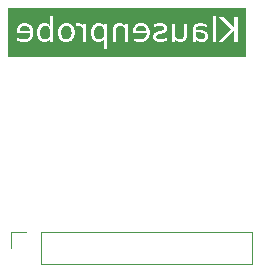
<source format=gbo>
G04 #@! TF.GenerationSoftware,KiCad,Pcbnew,7.0.0-da2b9df05c~165~ubuntu22.04.1*
G04 #@! TF.CreationDate,2023-08-11T13:03:54+00:00*
G04 #@! TF.ProjectId,sensus-breakout,73656e73-7573-42d6-9272-65616b6f7574,rev?*
G04 #@! TF.SameCoordinates,Original*
G04 #@! TF.FileFunction,Legend,Bot*
G04 #@! TF.FilePolarity,Positive*
%FSLAX46Y46*%
G04 Gerber Fmt 4.6, Leading zero omitted, Abs format (unit mm)*
G04 Created by KiCad (PCBNEW 7.0.0-da2b9df05c~165~ubuntu22.04.1) date 2023-08-11 13:03:54*
%MOMM*%
%LPD*%
G01*
G04 APERTURE LIST*
%ADD10C,0.300000*%
%ADD11C,0.120000*%
G04 APERTURE END LIST*
D10*
G36*
X143985934Y-97249288D02*
G01*
X144009967Y-97251091D01*
X144033333Y-97254096D01*
X144056030Y-97258304D01*
X144078060Y-97263714D01*
X144099421Y-97270325D01*
X144120115Y-97278139D01*
X144140141Y-97287155D01*
X144159499Y-97297373D01*
X144178190Y-97308794D01*
X144196212Y-97321416D01*
X144213567Y-97335240D01*
X144230253Y-97350267D01*
X144246272Y-97366496D01*
X144261623Y-97383927D01*
X144276307Y-97402560D01*
X144290207Y-97422250D01*
X144303211Y-97442852D01*
X144315319Y-97464367D01*
X144326529Y-97486793D01*
X144336843Y-97510132D01*
X144346259Y-97534382D01*
X144354779Y-97559545D01*
X144362402Y-97585620D01*
X144369128Y-97612607D01*
X144374958Y-97640506D01*
X144379890Y-97669317D01*
X144383926Y-97699040D01*
X144387065Y-97729675D01*
X144389307Y-97761223D01*
X144390652Y-97793682D01*
X144391101Y-97827054D01*
X144390652Y-97860426D01*
X144389307Y-97892885D01*
X144387065Y-97924432D01*
X144383926Y-97955068D01*
X144379890Y-97984791D01*
X144374958Y-98013602D01*
X144369128Y-98041501D01*
X144362402Y-98068488D01*
X144354779Y-98094563D01*
X144346259Y-98119726D01*
X144336843Y-98143976D01*
X144326529Y-98167315D01*
X144315319Y-98189741D01*
X144303211Y-98211256D01*
X144290207Y-98231858D01*
X144276307Y-98251548D01*
X144261623Y-98270181D01*
X144246272Y-98287612D01*
X144230253Y-98303841D01*
X144213567Y-98318867D01*
X144196212Y-98332692D01*
X144178190Y-98345314D01*
X144159499Y-98356735D01*
X144140141Y-98366953D01*
X144120115Y-98375969D01*
X144099421Y-98383783D01*
X144078060Y-98390394D01*
X144056030Y-98395804D01*
X144033333Y-98400011D01*
X144009967Y-98403017D01*
X143985934Y-98404820D01*
X143961233Y-98405421D01*
X143936473Y-98404820D01*
X143912385Y-98403017D01*
X143888968Y-98400011D01*
X143866223Y-98395804D01*
X143844149Y-98390394D01*
X143822748Y-98383783D01*
X143802017Y-98375969D01*
X143781959Y-98366953D01*
X143762572Y-98356735D01*
X143743857Y-98345314D01*
X143725814Y-98332692D01*
X143708442Y-98318867D01*
X143691742Y-98303841D01*
X143675713Y-98287612D01*
X143660357Y-98270181D01*
X143645672Y-98251548D01*
X143631771Y-98231858D01*
X143618767Y-98211256D01*
X143606659Y-98189741D01*
X143595449Y-98167315D01*
X143585136Y-98143976D01*
X143575719Y-98119726D01*
X143567199Y-98094563D01*
X143559576Y-98068488D01*
X143552850Y-98041501D01*
X143547020Y-98013602D01*
X143542088Y-97984791D01*
X143538052Y-97955068D01*
X143534913Y-97924432D01*
X143532671Y-97892885D01*
X143531326Y-97860426D01*
X143530877Y-97827054D01*
X143531326Y-97793682D01*
X143532671Y-97761223D01*
X143534913Y-97729675D01*
X143538052Y-97699040D01*
X143542088Y-97669317D01*
X143547020Y-97640506D01*
X143552850Y-97612607D01*
X143559576Y-97585620D01*
X143567199Y-97559545D01*
X143575719Y-97534382D01*
X143585136Y-97510132D01*
X143595449Y-97486793D01*
X143606659Y-97464367D01*
X143618767Y-97442852D01*
X143631771Y-97422250D01*
X143645672Y-97402560D01*
X143660357Y-97383927D01*
X143675713Y-97366496D01*
X143691742Y-97350267D01*
X143708442Y-97335240D01*
X143725814Y-97321416D01*
X143743857Y-97308794D01*
X143762572Y-97297373D01*
X143781959Y-97287155D01*
X143802017Y-97278139D01*
X143822748Y-97270325D01*
X143844149Y-97263714D01*
X143866223Y-97258304D01*
X143888968Y-97254096D01*
X143912385Y-97251091D01*
X143936473Y-97249288D01*
X143961233Y-97248687D01*
X143985934Y-97249288D01*
G37*
G36*
X152416858Y-97811693D02*
G01*
X152452939Y-97812506D01*
X152487551Y-97813861D01*
X152520693Y-97815758D01*
X152552367Y-97818196D01*
X152582571Y-97821177D01*
X152611306Y-97824699D01*
X152638571Y-97828764D01*
X152664367Y-97833370D01*
X152688694Y-97838518D01*
X152711552Y-97844208D01*
X152732940Y-97850440D01*
X152752860Y-97857214D01*
X152771309Y-97864530D01*
X152796229Y-97876520D01*
X152803801Y-97880787D01*
X152824927Y-97894565D01*
X152843975Y-97910068D01*
X152860946Y-97927297D01*
X152875838Y-97946252D01*
X152888652Y-97966933D01*
X152899388Y-97989340D01*
X152908046Y-98013473D01*
X152914627Y-98039331D01*
X152919129Y-98066916D01*
X152921553Y-98096227D01*
X152922015Y-98116726D01*
X152921238Y-98141158D01*
X152918906Y-98164628D01*
X152915021Y-98187137D01*
X152909581Y-98208683D01*
X152902588Y-98229268D01*
X152894040Y-98248892D01*
X152883937Y-98267554D01*
X152872281Y-98285254D01*
X152859070Y-98301992D01*
X152844306Y-98317768D01*
X152833599Y-98327752D01*
X152816371Y-98341632D01*
X152798027Y-98354147D01*
X152778567Y-98365297D01*
X152757991Y-98375081D01*
X152736298Y-98383501D01*
X152713489Y-98390555D01*
X152689563Y-98396243D01*
X152664522Y-98400567D01*
X152638364Y-98403525D01*
X152611090Y-98405118D01*
X152592287Y-98405421D01*
X152566296Y-98404847D01*
X152540958Y-98403124D01*
X152516272Y-98400252D01*
X152492239Y-98396231D01*
X152468859Y-98391062D01*
X152446131Y-98384744D01*
X152424055Y-98377278D01*
X152402632Y-98368662D01*
X152381862Y-98358898D01*
X152361745Y-98347986D01*
X152342280Y-98335924D01*
X152323467Y-98322714D01*
X152305307Y-98308355D01*
X152287800Y-98292848D01*
X152270945Y-98276192D01*
X152254743Y-98258387D01*
X152239364Y-98239628D01*
X152224976Y-98220109D01*
X152211581Y-98199831D01*
X152199178Y-98178794D01*
X152187767Y-98156997D01*
X152177349Y-98134441D01*
X152167923Y-98111126D01*
X152159489Y-98087050D01*
X152152047Y-98062216D01*
X152145597Y-98036622D01*
X152140140Y-98010269D01*
X152135675Y-97983156D01*
X152132202Y-97955283D01*
X152129722Y-97926652D01*
X152128233Y-97897260D01*
X152127737Y-97867110D01*
X152127737Y-97811422D01*
X152379307Y-97811422D01*
X152416858Y-97811693D01*
G37*
G36*
X147509815Y-97249170D02*
G01*
X147535269Y-97250618D01*
X147560068Y-97253032D01*
X147584210Y-97256411D01*
X147607695Y-97260756D01*
X147630524Y-97266066D01*
X147652697Y-97272342D01*
X147674213Y-97279584D01*
X147695073Y-97287791D01*
X147715276Y-97296963D01*
X147734823Y-97307101D01*
X147753714Y-97318204D01*
X147771948Y-97330274D01*
X147789526Y-97343308D01*
X147806448Y-97357308D01*
X147822713Y-97372274D01*
X147838167Y-97388054D01*
X147852777Y-97404621D01*
X147866545Y-97421973D01*
X147879469Y-97440112D01*
X147891549Y-97459037D01*
X147902786Y-97478748D01*
X147913180Y-97499246D01*
X147922730Y-97520529D01*
X147931437Y-97542599D01*
X147939300Y-97565455D01*
X147946321Y-97589097D01*
X147952497Y-97613525D01*
X147957831Y-97638739D01*
X147962320Y-97664739D01*
X147965967Y-97691526D01*
X147968770Y-97719099D01*
X147067514Y-97717633D01*
X147068311Y-97691226D01*
X147069971Y-97665495D01*
X147072494Y-97640439D01*
X147075879Y-97616059D01*
X147080127Y-97592354D01*
X147085237Y-97569324D01*
X147091209Y-97546970D01*
X147098044Y-97525292D01*
X147105742Y-97504289D01*
X147114302Y-97483961D01*
X147123724Y-97464309D01*
X147134009Y-97445333D01*
X147145156Y-97427032D01*
X147157166Y-97409406D01*
X147170039Y-97392456D01*
X147183773Y-97376182D01*
X147198226Y-97360743D01*
X147213250Y-97346300D01*
X147228848Y-97332853D01*
X147245017Y-97320403D01*
X147261759Y-97308948D01*
X147279074Y-97298490D01*
X147296961Y-97289027D01*
X147315420Y-97280561D01*
X147334452Y-97273090D01*
X147354056Y-97266616D01*
X147374233Y-97261138D01*
X147394982Y-97256655D01*
X147416304Y-97253169D01*
X147438198Y-97250679D01*
X147460665Y-97249185D01*
X147483704Y-97248687D01*
X147509815Y-97249170D01*
G37*
G36*
X141199980Y-97249292D02*
G01*
X141224385Y-97251106D01*
X141248126Y-97254131D01*
X141271204Y-97258365D01*
X141293617Y-97263809D01*
X141315366Y-97270463D01*
X141336451Y-97278326D01*
X141356872Y-97287399D01*
X141376629Y-97297682D01*
X141395722Y-97309175D01*
X141414151Y-97321878D01*
X141431915Y-97335790D01*
X141449016Y-97350912D01*
X141465453Y-97367244D01*
X141481226Y-97384785D01*
X141496334Y-97403537D01*
X141510649Y-97423280D01*
X141524041Y-97443921D01*
X141536509Y-97465458D01*
X141548053Y-97487892D01*
X141558674Y-97511223D01*
X141568371Y-97535451D01*
X141577144Y-97560575D01*
X141584995Y-97586597D01*
X141591921Y-97613515D01*
X141597924Y-97641330D01*
X141603004Y-97670042D01*
X141607160Y-97699651D01*
X141610392Y-97730156D01*
X141612701Y-97761559D01*
X141614086Y-97793858D01*
X141614548Y-97827054D01*
X141614090Y-97860252D01*
X141612716Y-97892557D01*
X141610426Y-97923969D01*
X141607221Y-97954488D01*
X141603099Y-97984114D01*
X141598062Y-98012846D01*
X141592108Y-98040686D01*
X141585239Y-98067633D01*
X141577454Y-98093687D01*
X141568752Y-98118848D01*
X141559135Y-98143116D01*
X141548602Y-98166490D01*
X141537154Y-98188972D01*
X141524789Y-98210561D01*
X141511508Y-98231257D01*
X141497311Y-98251060D01*
X141482256Y-98269752D01*
X141466522Y-98287238D01*
X141450108Y-98303518D01*
X141433015Y-98318593D01*
X141415242Y-98332461D01*
X141396790Y-98345124D01*
X141377659Y-98356580D01*
X141357849Y-98366831D01*
X141337359Y-98375875D01*
X141316190Y-98383714D01*
X141294342Y-98390347D01*
X141271814Y-98395773D01*
X141248607Y-98399994D01*
X141224721Y-98403009D01*
X141200156Y-98404818D01*
X141174911Y-98405421D01*
X141149960Y-98404814D01*
X141125665Y-98402994D01*
X141102027Y-98399960D01*
X141079046Y-98395712D01*
X141056720Y-98390251D01*
X141035051Y-98383577D01*
X141014039Y-98375688D01*
X140993683Y-98366586D01*
X140973983Y-98356271D01*
X140954940Y-98344742D01*
X140936553Y-98331999D01*
X140918822Y-98318043D01*
X140901748Y-98302873D01*
X140885330Y-98286490D01*
X140869569Y-98268893D01*
X140854464Y-98250083D01*
X140840149Y-98230226D01*
X140826758Y-98209492D01*
X140814290Y-98187881D01*
X140802746Y-98165391D01*
X140792125Y-98142024D01*
X140782428Y-98117779D01*
X140773654Y-98092657D01*
X140765804Y-98066656D01*
X140758878Y-98039778D01*
X140752875Y-98012022D01*
X140747795Y-97983388D01*
X140743639Y-97953877D01*
X140740407Y-97923488D01*
X140738098Y-97892221D01*
X140736712Y-97860076D01*
X140736251Y-97827054D01*
X140736712Y-97794207D01*
X140738098Y-97762223D01*
X140740407Y-97731101D01*
X140743639Y-97700841D01*
X140747795Y-97671445D01*
X140752875Y-97642910D01*
X140758878Y-97615238D01*
X140765804Y-97588429D01*
X140773654Y-97562482D01*
X140782428Y-97537397D01*
X140792125Y-97513175D01*
X140802746Y-97489816D01*
X140814290Y-97467319D01*
X140826758Y-97445684D01*
X140840149Y-97424912D01*
X140854464Y-97405002D01*
X140869569Y-97386073D01*
X140885330Y-97368366D01*
X140901748Y-97351879D01*
X140918822Y-97336614D01*
X140936553Y-97322570D01*
X140954940Y-97309748D01*
X140973983Y-97298146D01*
X140993683Y-97287766D01*
X141014039Y-97278607D01*
X141035051Y-97270669D01*
X141056720Y-97263952D01*
X141079046Y-97258457D01*
X141102027Y-97254182D01*
X141125665Y-97251129D01*
X141149960Y-97249297D01*
X141174911Y-97248687D01*
X141199980Y-97249292D01*
G37*
G36*
X139409800Y-97249288D02*
G01*
X139433833Y-97251091D01*
X139457199Y-97254096D01*
X139479896Y-97258304D01*
X139501926Y-97263714D01*
X139523287Y-97270325D01*
X139543981Y-97278139D01*
X139564007Y-97287155D01*
X139583365Y-97297373D01*
X139602056Y-97308794D01*
X139620078Y-97321416D01*
X139637433Y-97335240D01*
X139654119Y-97350267D01*
X139670138Y-97366496D01*
X139685489Y-97383927D01*
X139700173Y-97402560D01*
X139714073Y-97422250D01*
X139727077Y-97442852D01*
X139739185Y-97464367D01*
X139750395Y-97486793D01*
X139760709Y-97510132D01*
X139770125Y-97534382D01*
X139778645Y-97559545D01*
X139786268Y-97585620D01*
X139792994Y-97612607D01*
X139798824Y-97640506D01*
X139803756Y-97669317D01*
X139807792Y-97699040D01*
X139810931Y-97729675D01*
X139813173Y-97761223D01*
X139814518Y-97793682D01*
X139814967Y-97827054D01*
X139814518Y-97860426D01*
X139813173Y-97892885D01*
X139810931Y-97924432D01*
X139807792Y-97955068D01*
X139803756Y-97984791D01*
X139798824Y-98013602D01*
X139792994Y-98041501D01*
X139786268Y-98068488D01*
X139778645Y-98094563D01*
X139770125Y-98119726D01*
X139760709Y-98143976D01*
X139750395Y-98167315D01*
X139739185Y-98189741D01*
X139727077Y-98211256D01*
X139714073Y-98231858D01*
X139700173Y-98251548D01*
X139685489Y-98270181D01*
X139670138Y-98287612D01*
X139654119Y-98303841D01*
X139637433Y-98318867D01*
X139620078Y-98332692D01*
X139602056Y-98345314D01*
X139583365Y-98356735D01*
X139564007Y-98366953D01*
X139543981Y-98375969D01*
X139523287Y-98383783D01*
X139501926Y-98390394D01*
X139479896Y-98395804D01*
X139457199Y-98400011D01*
X139433833Y-98403017D01*
X139409800Y-98404820D01*
X139385099Y-98405421D01*
X139360339Y-98404820D01*
X139336251Y-98403017D01*
X139312834Y-98400011D01*
X139290089Y-98395804D01*
X139268015Y-98390394D01*
X139246614Y-98383783D01*
X139225883Y-98375969D01*
X139205825Y-98366953D01*
X139186438Y-98356735D01*
X139167723Y-98345314D01*
X139149680Y-98332692D01*
X139132308Y-98318867D01*
X139115608Y-98303841D01*
X139099579Y-98287612D01*
X139084223Y-98270181D01*
X139069538Y-98251548D01*
X139055637Y-98231858D01*
X139042633Y-98211256D01*
X139030525Y-98189741D01*
X139019315Y-98167315D01*
X139009002Y-98143976D01*
X138999585Y-98119726D01*
X138991065Y-98094563D01*
X138983442Y-98068488D01*
X138976716Y-98041501D01*
X138970886Y-98013602D01*
X138965954Y-97984791D01*
X138961918Y-97955068D01*
X138958779Y-97924432D01*
X138956537Y-97892885D01*
X138955192Y-97860426D01*
X138954743Y-97827054D01*
X138955192Y-97793682D01*
X138956537Y-97761223D01*
X138958779Y-97729675D01*
X138961918Y-97699040D01*
X138965954Y-97669317D01*
X138970886Y-97640506D01*
X138976716Y-97612607D01*
X138983442Y-97585620D01*
X138991065Y-97559545D01*
X138999585Y-97534382D01*
X139009002Y-97510132D01*
X139019315Y-97486793D01*
X139030525Y-97464367D01*
X139042633Y-97442852D01*
X139055637Y-97422250D01*
X139069538Y-97402560D01*
X139084223Y-97383927D01*
X139099579Y-97366496D01*
X139115608Y-97350267D01*
X139132308Y-97335240D01*
X139149680Y-97321416D01*
X139167723Y-97308794D01*
X139186438Y-97297373D01*
X139205825Y-97287155D01*
X139225883Y-97278139D01*
X139246614Y-97270325D01*
X139268015Y-97263714D01*
X139290089Y-97258304D01*
X139312834Y-97254096D01*
X139336251Y-97251091D01*
X139360339Y-97249288D01*
X139385099Y-97248687D01*
X139409800Y-97249288D01*
G37*
G36*
X137661943Y-97249170D02*
G01*
X137687398Y-97250618D01*
X137712196Y-97253032D01*
X137736338Y-97256411D01*
X137759823Y-97260756D01*
X137782653Y-97266066D01*
X137804825Y-97272342D01*
X137826341Y-97279584D01*
X137847201Y-97287791D01*
X137867405Y-97296963D01*
X137886952Y-97307101D01*
X137905842Y-97318204D01*
X137924077Y-97330274D01*
X137941655Y-97343308D01*
X137958576Y-97357308D01*
X137974841Y-97372274D01*
X137990295Y-97388054D01*
X138004906Y-97404621D01*
X138018673Y-97421973D01*
X138031597Y-97440112D01*
X138043678Y-97459037D01*
X138054915Y-97478748D01*
X138065308Y-97499246D01*
X138074859Y-97520529D01*
X138083565Y-97542599D01*
X138091429Y-97565455D01*
X138098449Y-97589097D01*
X138104626Y-97613525D01*
X138109959Y-97638739D01*
X138114449Y-97664739D01*
X138118095Y-97691526D01*
X138120898Y-97719099D01*
X137219642Y-97717633D01*
X137220440Y-97691226D01*
X137222100Y-97665495D01*
X137224622Y-97640439D01*
X137228008Y-97616059D01*
X137232255Y-97592354D01*
X137237365Y-97569324D01*
X137243338Y-97546970D01*
X137250173Y-97525292D01*
X137257870Y-97504289D01*
X137266430Y-97483961D01*
X137275852Y-97464309D01*
X137286137Y-97445333D01*
X137297285Y-97427032D01*
X137309295Y-97409406D01*
X137322167Y-97392456D01*
X137335902Y-97376182D01*
X137350354Y-97360743D01*
X137365379Y-97346300D01*
X137380976Y-97332853D01*
X137397146Y-97320403D01*
X137413888Y-97308948D01*
X137431202Y-97298490D01*
X137449089Y-97289027D01*
X137467549Y-97280561D01*
X137486581Y-97273090D01*
X137506185Y-97266616D01*
X137526362Y-97261138D01*
X137547111Y-97256655D01*
X137568432Y-97253169D01*
X137590327Y-97250679D01*
X137612793Y-97249185D01*
X137635832Y-97248687D01*
X137661943Y-97249170D01*
G37*
G36*
X156415719Y-99922712D02*
G01*
X136231381Y-99922712D01*
X136231381Y-97905212D01*
X136967095Y-97905212D01*
X138129203Y-97905212D01*
X138126642Y-97935288D01*
X138123112Y-97964456D01*
X138118612Y-97992715D01*
X138113144Y-98020067D01*
X138106706Y-98046510D01*
X138099298Y-98072045D01*
X138090921Y-98096671D01*
X138081575Y-98120390D01*
X138071260Y-98143200D01*
X138059975Y-98165101D01*
X138047721Y-98186095D01*
X138034497Y-98206180D01*
X138020305Y-98225357D01*
X138005142Y-98243625D01*
X137989011Y-98260986D01*
X137971910Y-98277438D01*
X137953892Y-98292936D01*
X137935007Y-98307434D01*
X137915255Y-98320932D01*
X137894638Y-98333430D01*
X137873154Y-98344929D01*
X137850804Y-98355428D01*
X137827587Y-98364926D01*
X137803505Y-98373425D01*
X137778556Y-98380924D01*
X137752740Y-98387423D01*
X137726059Y-98392923D01*
X137698511Y-98397422D01*
X137670097Y-98400922D01*
X137640816Y-98403421D01*
X137610669Y-98404921D01*
X137579656Y-98405421D01*
X137552444Y-98405078D01*
X137525394Y-98404047D01*
X137498508Y-98402330D01*
X137471785Y-98399926D01*
X137445225Y-98396834D01*
X137418828Y-98393056D01*
X137392594Y-98388591D01*
X137366524Y-98383439D01*
X137340616Y-98377600D01*
X137314872Y-98371074D01*
X137297800Y-98366342D01*
X137272172Y-98358671D01*
X137246578Y-98350314D01*
X137221018Y-98341269D01*
X137195493Y-98331538D01*
X137170002Y-98321119D01*
X137144545Y-98310014D01*
X137119123Y-98298221D01*
X137093735Y-98285742D01*
X137068381Y-98272576D01*
X137043062Y-98258723D01*
X137026202Y-98249106D01*
X137026202Y-98499210D01*
X137051729Y-98510406D01*
X137077384Y-98521095D01*
X137103168Y-98531277D01*
X137129082Y-98540953D01*
X137155123Y-98550122D01*
X137181294Y-98558785D01*
X137207594Y-98566940D01*
X137234022Y-98574590D01*
X137260579Y-98581732D01*
X137287265Y-98588368D01*
X137305127Y-98592511D01*
X137331910Y-98598185D01*
X137358771Y-98603302D01*
X137385709Y-98607860D01*
X137412724Y-98611860D01*
X137439816Y-98615301D01*
X137466986Y-98618185D01*
X137494233Y-98620511D01*
X137521557Y-98622278D01*
X137548958Y-98623487D01*
X137576437Y-98624139D01*
X137594799Y-98624263D01*
X137617669Y-98624056D01*
X137640240Y-98623436D01*
X137662511Y-98622404D01*
X137684482Y-98620958D01*
X137706154Y-98619099D01*
X137727526Y-98616827D01*
X137748599Y-98614141D01*
X137769372Y-98611043D01*
X137789845Y-98607531D01*
X137810019Y-98603607D01*
X137829893Y-98599269D01*
X137849468Y-98594518D01*
X137868743Y-98589354D01*
X137887719Y-98583777D01*
X137906395Y-98577787D01*
X137942848Y-98564568D01*
X137978103Y-98549696D01*
X138012160Y-98533171D01*
X138045018Y-98514994D01*
X138076678Y-98495164D01*
X138107140Y-98473683D01*
X138136403Y-98450548D01*
X138164468Y-98425761D01*
X138178051Y-98412748D01*
X138204078Y-98385727D01*
X138228426Y-98357542D01*
X138251095Y-98328193D01*
X138272085Y-98297679D01*
X138291395Y-98266002D01*
X138309026Y-98233161D01*
X138324978Y-98199156D01*
X138339251Y-98163987D01*
X138351845Y-98127654D01*
X138362760Y-98090157D01*
X138367587Y-98070972D01*
X138371995Y-98051496D01*
X138375983Y-98031729D01*
X138379551Y-98011671D01*
X138382700Y-97991322D01*
X138385429Y-97970682D01*
X138387737Y-97949751D01*
X138389627Y-97928529D01*
X138391096Y-97907016D01*
X138392145Y-97885212D01*
X138392775Y-97863117D01*
X138392985Y-97840732D01*
X138392868Y-97827054D01*
X138692427Y-97827054D01*
X138692598Y-97849298D01*
X138693112Y-97871271D01*
X138693968Y-97892975D01*
X138695167Y-97914409D01*
X138696708Y-97935573D01*
X138698592Y-97956466D01*
X138700818Y-97977090D01*
X138703387Y-97997444D01*
X138706298Y-98017528D01*
X138709552Y-98037341D01*
X138713149Y-98056885D01*
X138717087Y-98076159D01*
X138725993Y-98113896D01*
X138736268Y-98150554D01*
X138747914Y-98186131D01*
X138760929Y-98220628D01*
X138775315Y-98254046D01*
X138791070Y-98286383D01*
X138808196Y-98317640D01*
X138826691Y-98347818D01*
X138846557Y-98376915D01*
X138867793Y-98404933D01*
X138890065Y-98431492D01*
X138913161Y-98456338D01*
X138937082Y-98479470D01*
X138961826Y-98500889D01*
X138987396Y-98520595D01*
X139013789Y-98538587D01*
X139041007Y-98554865D01*
X139069049Y-98569430D01*
X139097915Y-98582281D01*
X139127606Y-98593419D01*
X139158121Y-98602844D01*
X139189461Y-98610554D01*
X139221625Y-98616552D01*
X139254613Y-98620836D01*
X139288425Y-98623406D01*
X139323062Y-98624263D01*
X139344004Y-98623992D01*
X139364575Y-98623179D01*
X139384777Y-98621824D01*
X139404608Y-98619927D01*
X139424069Y-98617489D01*
X139452567Y-98612815D01*
X139480232Y-98606921D01*
X139507064Y-98599809D01*
X139533063Y-98591477D01*
X139558229Y-98581926D01*
X139582562Y-98571155D01*
X139606062Y-98559165D01*
X139613711Y-98554898D01*
X139636148Y-98541248D01*
X139657846Y-98526310D01*
X139678806Y-98510084D01*
X139699028Y-98492570D01*
X139718511Y-98473768D01*
X139737255Y-98453678D01*
X139755262Y-98432300D01*
X139772530Y-98409634D01*
X139789059Y-98385680D01*
X139799668Y-98368995D01*
X139809949Y-98351738D01*
X139814967Y-98342895D01*
X139814967Y-98593000D01*
X140068979Y-98593000D01*
X140068979Y-97827054D01*
X140468561Y-97827054D01*
X140468745Y-97850192D01*
X140469297Y-97873017D01*
X140470218Y-97895530D01*
X140471507Y-97917729D01*
X140473164Y-97939616D01*
X140475189Y-97961189D01*
X140477583Y-97982450D01*
X140480345Y-98003397D01*
X140483476Y-98024032D01*
X140486974Y-98044354D01*
X140490841Y-98064363D01*
X140495076Y-98084058D01*
X140499680Y-98103441D01*
X140504651Y-98122511D01*
X140515699Y-98159713D01*
X140528221Y-98195662D01*
X140542215Y-98230360D01*
X140557682Y-98263806D01*
X140574623Y-98296000D01*
X140593037Y-98326943D01*
X140612923Y-98356633D01*
X140634283Y-98385073D01*
X140657116Y-98412260D01*
X140681178Y-98437932D01*
X140706346Y-98461948D01*
X140732621Y-98484308D01*
X140760003Y-98505011D01*
X140788492Y-98524058D01*
X140818087Y-98541449D01*
X140848789Y-98557184D01*
X140880598Y-98571262D01*
X140913514Y-98583684D01*
X140947536Y-98594450D01*
X140982665Y-98603559D01*
X141018901Y-98611012D01*
X141056243Y-98616809D01*
X141094692Y-98620950D01*
X141114332Y-98622399D01*
X141134248Y-98623434D01*
X141154441Y-98624056D01*
X141174911Y-98624263D01*
X141195440Y-98624056D01*
X141215690Y-98623434D01*
X141235660Y-98622399D01*
X141255351Y-98620950D01*
X141293893Y-98616809D01*
X141331318Y-98611012D01*
X141367624Y-98603559D01*
X141402812Y-98594450D01*
X141436882Y-98583684D01*
X141469834Y-98571262D01*
X141501668Y-98557184D01*
X141532383Y-98541449D01*
X141561980Y-98524058D01*
X141590460Y-98505011D01*
X141617820Y-98484308D01*
X141644063Y-98461948D01*
X141669188Y-98437932D01*
X141693194Y-98412260D01*
X141715909Y-98385073D01*
X141737158Y-98356633D01*
X141756942Y-98326943D01*
X141775260Y-98296000D01*
X141792113Y-98263806D01*
X141807500Y-98230360D01*
X141821422Y-98195662D01*
X141833878Y-98159713D01*
X141844869Y-98122511D01*
X141849815Y-98103441D01*
X141854394Y-98084058D01*
X141858608Y-98064363D01*
X141862454Y-98044354D01*
X141865935Y-98024032D01*
X141869049Y-98003397D01*
X141871797Y-97982450D01*
X141874178Y-97961189D01*
X141876193Y-97939616D01*
X141877842Y-97917729D01*
X141879124Y-97895530D01*
X141880040Y-97873017D01*
X141880590Y-97850192D01*
X141880773Y-97827054D01*
X141880590Y-97803827D01*
X141880040Y-97780917D01*
X141879124Y-97758325D01*
X141877842Y-97736051D01*
X141876193Y-97714094D01*
X141874178Y-97692455D01*
X141871797Y-97671134D01*
X141869049Y-97650131D01*
X141865935Y-97629445D01*
X141862454Y-97609077D01*
X141858608Y-97589026D01*
X141854394Y-97569294D01*
X141849815Y-97549879D01*
X141844869Y-97530782D01*
X141833878Y-97493540D01*
X141821422Y-97457570D01*
X141807500Y-97422870D01*
X141792113Y-97389441D01*
X141775260Y-97357283D01*
X141756942Y-97326396D01*
X141737158Y-97296780D01*
X141724542Y-97279950D01*
X141967723Y-97279950D01*
X141986690Y-97273318D01*
X142006405Y-97267528D01*
X142026868Y-97262579D01*
X142048079Y-97258472D01*
X142060535Y-97256503D01*
X142083015Y-97253457D01*
X142103028Y-97251442D01*
X142123728Y-97249977D01*
X142145114Y-97249061D01*
X142167188Y-97248695D01*
X142170933Y-97248687D01*
X142197350Y-97249236D01*
X142222987Y-97250885D01*
X142247847Y-97253633D01*
X142271928Y-97257480D01*
X142295230Y-97262426D01*
X142317754Y-97268471D01*
X142339499Y-97275615D01*
X142360466Y-97283858D01*
X142380654Y-97293200D01*
X142400064Y-97303642D01*
X142418695Y-97315182D01*
X142436547Y-97327822D01*
X142453621Y-97341560D01*
X142469917Y-97356398D01*
X142485434Y-97372335D01*
X142500173Y-97389371D01*
X142514073Y-97407435D01*
X142527077Y-97426457D01*
X142539185Y-97446438D01*
X142550395Y-97467376D01*
X142560709Y-97489272D01*
X142570125Y-97512126D01*
X142578645Y-97535937D01*
X142586268Y-97560707D01*
X142592994Y-97586435D01*
X142598824Y-97613120D01*
X142603756Y-97640763D01*
X142607792Y-97669365D01*
X142610931Y-97698924D01*
X142613173Y-97729441D01*
X142614518Y-97760916D01*
X142614967Y-97793348D01*
X142614967Y-98593000D01*
X142868979Y-98593000D01*
X142868979Y-97827054D01*
X143268561Y-97827054D01*
X143268732Y-97849298D01*
X143269246Y-97871271D01*
X143270102Y-97892975D01*
X143271301Y-97914409D01*
X143272842Y-97935573D01*
X143274726Y-97956466D01*
X143276952Y-97977090D01*
X143279521Y-97997444D01*
X143282432Y-98017528D01*
X143285686Y-98037341D01*
X143289283Y-98056885D01*
X143293221Y-98076159D01*
X143302127Y-98113896D01*
X143312402Y-98150554D01*
X143324048Y-98186131D01*
X143337063Y-98220628D01*
X143351449Y-98254046D01*
X143367204Y-98286383D01*
X143384330Y-98317640D01*
X143402825Y-98347818D01*
X143422691Y-98376915D01*
X143443927Y-98404933D01*
X143466199Y-98431492D01*
X143489295Y-98456338D01*
X143513216Y-98479470D01*
X143537960Y-98500889D01*
X143563530Y-98520595D01*
X143589923Y-98538587D01*
X143617141Y-98554865D01*
X143645183Y-98569430D01*
X143674049Y-98582281D01*
X143703740Y-98593419D01*
X143734255Y-98602844D01*
X143765595Y-98610554D01*
X143797758Y-98616552D01*
X143830747Y-98620836D01*
X143864559Y-98623406D01*
X143899196Y-98624263D01*
X143920138Y-98623992D01*
X143940709Y-98623179D01*
X143960911Y-98621824D01*
X143980742Y-98619927D01*
X144000203Y-98617489D01*
X144028701Y-98612815D01*
X144056366Y-98606921D01*
X144083198Y-98599809D01*
X144109197Y-98591477D01*
X144134363Y-98581926D01*
X144158696Y-98571155D01*
X144182196Y-98559165D01*
X144189845Y-98554898D01*
X144212282Y-98541248D01*
X144233980Y-98526310D01*
X144254940Y-98510084D01*
X144275162Y-98492570D01*
X144294645Y-98473768D01*
X144313389Y-98453678D01*
X144331396Y-98432300D01*
X144348663Y-98409634D01*
X144365193Y-98385680D01*
X144375802Y-98368995D01*
X144386083Y-98351738D01*
X144391101Y-98342895D01*
X144391101Y-99186998D01*
X144645113Y-99186998D01*
X144645113Y-98593000D01*
X145130668Y-98593000D01*
X145383215Y-98593000D01*
X145383215Y-97685393D01*
X145383549Y-97658467D01*
X145384551Y-97632400D01*
X145386220Y-97607191D01*
X145388558Y-97582842D01*
X145391563Y-97559350D01*
X145395236Y-97536718D01*
X145399577Y-97514944D01*
X145404586Y-97494029D01*
X145410263Y-97473972D01*
X145416608Y-97454774D01*
X145423620Y-97436435D01*
X145435391Y-97410536D01*
X145448665Y-97386570D01*
X145463441Y-97364535D01*
X145468700Y-97357619D01*
X145485388Y-97338152D01*
X145503579Y-97320599D01*
X145523273Y-97304961D01*
X145544469Y-97291239D01*
X145567168Y-97279430D01*
X145591369Y-97269537D01*
X145617073Y-97261559D01*
X145644280Y-97255495D01*
X145672990Y-97251346D01*
X145692964Y-97249644D01*
X145713607Y-97248793D01*
X145724178Y-97248687D01*
X145749425Y-97249198D01*
X145773996Y-97250732D01*
X145797892Y-97253289D01*
X145821112Y-97256869D01*
X145843657Y-97261471D01*
X145865526Y-97267097D01*
X145886720Y-97273745D01*
X145907238Y-97281415D01*
X145927081Y-97290109D01*
X145946248Y-97299825D01*
X145964740Y-97310564D01*
X145982557Y-97322326D01*
X145999697Y-97335111D01*
X146016163Y-97348918D01*
X146031953Y-97363748D01*
X146047067Y-97379601D01*
X146061382Y-97396274D01*
X146074773Y-97413688D01*
X146087241Y-97431842D01*
X146098786Y-97450737D01*
X146109406Y-97470372D01*
X146119104Y-97490747D01*
X146127877Y-97511862D01*
X146135727Y-97533718D01*
X146142654Y-97556315D01*
X146148657Y-97579651D01*
X146153736Y-97603728D01*
X146157892Y-97628546D01*
X146161125Y-97654103D01*
X146163434Y-97680401D01*
X146164819Y-97707440D01*
X146165281Y-97735219D01*
X146165281Y-98593000D01*
X146419293Y-98593000D01*
X146419293Y-97905212D01*
X146814967Y-97905212D01*
X147977074Y-97905212D01*
X147974513Y-97935288D01*
X147970983Y-97964456D01*
X147966484Y-97992715D01*
X147961015Y-98020067D01*
X147954577Y-98046510D01*
X147947170Y-98072045D01*
X147938793Y-98096671D01*
X147929447Y-98120390D01*
X147919131Y-98143200D01*
X147907847Y-98165101D01*
X147895592Y-98186095D01*
X147882369Y-98206180D01*
X147868176Y-98225357D01*
X147853014Y-98243625D01*
X147836883Y-98260986D01*
X147819782Y-98277438D01*
X147801763Y-98292936D01*
X147782878Y-98307434D01*
X147763127Y-98320932D01*
X147742509Y-98333430D01*
X147721026Y-98344929D01*
X147698675Y-98355428D01*
X147675459Y-98364926D01*
X147651376Y-98373425D01*
X147626427Y-98380924D01*
X147600612Y-98387423D01*
X147573930Y-98392923D01*
X147546382Y-98397422D01*
X147517968Y-98400922D01*
X147488688Y-98403421D01*
X147458541Y-98404921D01*
X147427528Y-98405421D01*
X147400315Y-98405078D01*
X147373266Y-98404047D01*
X147346380Y-98402330D01*
X147319656Y-98399926D01*
X147293096Y-98396834D01*
X147266700Y-98393056D01*
X147240466Y-98388591D01*
X147214395Y-98383439D01*
X147188488Y-98377600D01*
X147162744Y-98371074D01*
X147145672Y-98366342D01*
X147120043Y-98358671D01*
X147094449Y-98350314D01*
X147068890Y-98341269D01*
X147043364Y-98331538D01*
X147017873Y-98321119D01*
X146992417Y-98310014D01*
X146966995Y-98298221D01*
X146941607Y-98285742D01*
X146916253Y-98272576D01*
X146890934Y-98258723D01*
X146874073Y-98249106D01*
X146874073Y-98499210D01*
X146899600Y-98510406D01*
X146925256Y-98521095D01*
X146951040Y-98531277D01*
X146976953Y-98540953D01*
X147002995Y-98550122D01*
X147029166Y-98558785D01*
X147055465Y-98566940D01*
X147081894Y-98574590D01*
X147108451Y-98581732D01*
X147135137Y-98588368D01*
X147152999Y-98592511D01*
X147179782Y-98598185D01*
X147206643Y-98603302D01*
X147233580Y-98607860D01*
X147260595Y-98611860D01*
X147287688Y-98615301D01*
X147314857Y-98618185D01*
X147342104Y-98620511D01*
X147369428Y-98622278D01*
X147396830Y-98623487D01*
X147424309Y-98624139D01*
X147442671Y-98624263D01*
X147465541Y-98624056D01*
X147488111Y-98623436D01*
X147510382Y-98622404D01*
X147532354Y-98620958D01*
X147554026Y-98619099D01*
X147575398Y-98616827D01*
X147596470Y-98614141D01*
X147617243Y-98611043D01*
X147637717Y-98607531D01*
X147657891Y-98603607D01*
X147677765Y-98599269D01*
X147697340Y-98594518D01*
X147716615Y-98589354D01*
X147735591Y-98583777D01*
X147754266Y-98577787D01*
X147790720Y-98564568D01*
X147825975Y-98549696D01*
X147860031Y-98533171D01*
X147892890Y-98514994D01*
X147924550Y-98495164D01*
X147955011Y-98473683D01*
X147984275Y-98450548D01*
X148012340Y-98425761D01*
X148025923Y-98412748D01*
X148051950Y-98385727D01*
X148076298Y-98357542D01*
X148098967Y-98328193D01*
X148119956Y-98297679D01*
X148139267Y-98266002D01*
X148156898Y-98233161D01*
X148172850Y-98199156D01*
X148184893Y-98169482D01*
X148525155Y-98169482D01*
X148525819Y-98195397D01*
X148527811Y-98220628D01*
X148531131Y-98245177D01*
X148535780Y-98269042D01*
X148541756Y-98292224D01*
X148549060Y-98314723D01*
X148557693Y-98336539D01*
X148567653Y-98357672D01*
X148578942Y-98378121D01*
X148591559Y-98397888D01*
X148605503Y-98416971D01*
X148620776Y-98435371D01*
X148637377Y-98453088D01*
X148655306Y-98470122D01*
X148674563Y-98486473D01*
X148695148Y-98502141D01*
X148716832Y-98516929D01*
X148739509Y-98530763D01*
X148763177Y-98543643D01*
X148787838Y-98555569D01*
X148813491Y-98566541D01*
X148840137Y-98576559D01*
X148867774Y-98585623D01*
X148896404Y-98593732D01*
X148926026Y-98600888D01*
X148956641Y-98607089D01*
X148988247Y-98612337D01*
X149020846Y-98616630D01*
X149054437Y-98619969D01*
X149089020Y-98622354D01*
X149124596Y-98623786D01*
X149161163Y-98624263D01*
X149184513Y-98623988D01*
X149208035Y-98623163D01*
X149231729Y-98621790D01*
X149255594Y-98619866D01*
X149279631Y-98617393D01*
X149303839Y-98614371D01*
X149328220Y-98610799D01*
X149352772Y-98606677D01*
X149377496Y-98602006D01*
X149402391Y-98596785D01*
X149419084Y-98593000D01*
X149444309Y-98586863D01*
X149469791Y-98580177D01*
X149495531Y-98572941D01*
X149521529Y-98565156D01*
X149547784Y-98556821D01*
X149574296Y-98547937D01*
X149601067Y-98538503D01*
X149628095Y-98528519D01*
X149655380Y-98517986D01*
X149673714Y-98510659D01*
X149692162Y-98503088D01*
X149701429Y-98499210D01*
X149701429Y-98249106D01*
X149683921Y-98258723D01*
X149666449Y-98268034D01*
X149649010Y-98277041D01*
X149622917Y-98289978D01*
X149596900Y-98302228D01*
X149570961Y-98313792D01*
X149545100Y-98324668D01*
X149519316Y-98334858D01*
X149493609Y-98344360D01*
X149467979Y-98353176D01*
X149442426Y-98361305D01*
X149425434Y-98366342D01*
X149399906Y-98373326D01*
X149374429Y-98379623D01*
X149349004Y-98385233D01*
X149323631Y-98390156D01*
X149298309Y-98394392D01*
X149273038Y-98397941D01*
X149247819Y-98400803D01*
X149222652Y-98402979D01*
X149197536Y-98404467D01*
X149172471Y-98405268D01*
X149155790Y-98405421D01*
X149133824Y-98405188D01*
X149112498Y-98404490D01*
X149091814Y-98403326D01*
X149071771Y-98401696D01*
X149042908Y-98398379D01*
X149015488Y-98394014D01*
X148989510Y-98388602D01*
X148964975Y-98382142D01*
X148941883Y-98374634D01*
X148920233Y-98366079D01*
X148900026Y-98356476D01*
X148881261Y-98345826D01*
X148864064Y-98334222D01*
X148848557Y-98321760D01*
X148830514Y-98303808D01*
X148815478Y-98284330D01*
X148803449Y-98263325D01*
X148794427Y-98240794D01*
X148788413Y-98216736D01*
X148785405Y-98191151D01*
X148785030Y-98177787D01*
X148786113Y-98153362D01*
X148789365Y-98130404D01*
X148794784Y-98108910D01*
X148802371Y-98088882D01*
X148812125Y-98070320D01*
X148824047Y-98053223D01*
X148838137Y-98037591D01*
X148854394Y-98023425D01*
X148874323Y-98010061D01*
X148892666Y-98000127D01*
X148913919Y-97990271D01*
X148938083Y-97980492D01*
X148965159Y-97970791D01*
X148984826Y-97964366D01*
X149005787Y-97957976D01*
X149028042Y-97951620D01*
X149051590Y-97945298D01*
X149076432Y-97939011D01*
X149102568Y-97932758D01*
X149129998Y-97926539D01*
X149158721Y-97920355D01*
X149246648Y-97901304D01*
X149275509Y-97894995D01*
X149303351Y-97888283D01*
X149330174Y-97881165D01*
X149355978Y-97873643D01*
X149380763Y-97865717D01*
X149404529Y-97857386D01*
X149427276Y-97848650D01*
X149449004Y-97839510D01*
X149469713Y-97829966D01*
X149489403Y-97820017D01*
X149508074Y-97809663D01*
X149525726Y-97798905D01*
X149542360Y-97787742D01*
X149565399Y-97770240D01*
X149586146Y-97751827D01*
X149604740Y-97732302D01*
X149621506Y-97711464D01*
X149636442Y-97689312D01*
X149649550Y-97665846D01*
X149660829Y-97641066D01*
X149670278Y-97614973D01*
X149677899Y-97587566D01*
X149683691Y-97558845D01*
X149686536Y-97538968D01*
X149688568Y-97518507D01*
X149689787Y-97497462D01*
X149690193Y-97475833D01*
X149689592Y-97449529D01*
X149687789Y-97423985D01*
X149684784Y-97399200D01*
X149680576Y-97375174D01*
X149675167Y-97351908D01*
X149668555Y-97329401D01*
X149660741Y-97307654D01*
X149651725Y-97286667D01*
X149641507Y-97266438D01*
X149630087Y-97246970D01*
X149617464Y-97228260D01*
X149603640Y-97210310D01*
X149588613Y-97193120D01*
X149572384Y-97176689D01*
X149554954Y-97161017D01*
X149536321Y-97146105D01*
X149516583Y-97132027D01*
X149495837Y-97118857D01*
X149474084Y-97106595D01*
X149451324Y-97095241D01*
X149427556Y-97084796D01*
X149402781Y-97075259D01*
X149376998Y-97066631D01*
X149357834Y-97061108D01*
X150100033Y-97061108D01*
X150100033Y-98593000D01*
X150353069Y-98593000D01*
X150353069Y-98342895D01*
X150364664Y-98360438D01*
X150376493Y-98377409D01*
X150388554Y-98393808D01*
X150400849Y-98409634D01*
X150413376Y-98424888D01*
X150432603Y-98446695D01*
X150452353Y-98467214D01*
X150472628Y-98486446D01*
X150493426Y-98504389D01*
X150514748Y-98521044D01*
X150536594Y-98536411D01*
X150558964Y-98550491D01*
X150566537Y-98554898D01*
X150589686Y-98567294D01*
X150613523Y-98578471D01*
X150638047Y-98588429D01*
X150663257Y-98597167D01*
X150689154Y-98604686D01*
X150715739Y-98610986D01*
X150743010Y-98616066D01*
X150770968Y-98619927D01*
X150799613Y-98622569D01*
X150828945Y-98623992D01*
X150848882Y-98624263D01*
X150881540Y-98623620D01*
X150913201Y-98621690D01*
X150943867Y-98618475D01*
X150973537Y-98613974D01*
X151002211Y-98608186D01*
X151029888Y-98601113D01*
X151055782Y-98593000D01*
X151874702Y-98593000D01*
X152127737Y-98593000D01*
X152127737Y-98342895D01*
X152138713Y-98360614D01*
X152150024Y-98377745D01*
X152161672Y-98394289D01*
X152173655Y-98410245D01*
X152185974Y-98425613D01*
X152205082Y-98447563D01*
X152224946Y-98468191D01*
X152245565Y-98487497D01*
X152266940Y-98505480D01*
X152289071Y-98522141D01*
X152311957Y-98537480D01*
X152335599Y-98551496D01*
X152343648Y-98555875D01*
X152368334Y-98568096D01*
X152394034Y-98579116D01*
X152420747Y-98588933D01*
X152448474Y-98597549D01*
X152467521Y-98602624D01*
X152487018Y-98607166D01*
X152506966Y-98611173D01*
X152527364Y-98614646D01*
X152548213Y-98617584D01*
X152569511Y-98619988D01*
X152591260Y-98621858D01*
X152613460Y-98623194D01*
X152636110Y-98623995D01*
X152659210Y-98624263D01*
X152688385Y-98623751D01*
X152716805Y-98622217D01*
X152744469Y-98619660D01*
X152771378Y-98616080D01*
X152797531Y-98611478D01*
X152822929Y-98605853D01*
X152847570Y-98599205D01*
X152871457Y-98591534D01*
X152894587Y-98582841D01*
X152916962Y-98573124D01*
X152938581Y-98562385D01*
X152959445Y-98550623D01*
X152979553Y-98537839D01*
X152998906Y-98524031D01*
X153017502Y-98509201D01*
X153035344Y-98493348D01*
X153052202Y-98476576D01*
X153067973Y-98459109D01*
X153082656Y-98440947D01*
X153096252Y-98422091D01*
X153108759Y-98402540D01*
X153120180Y-98382294D01*
X153130512Y-98361354D01*
X153139757Y-98339720D01*
X153147915Y-98317391D01*
X153154984Y-98294367D01*
X153160966Y-98270649D01*
X153165861Y-98246236D01*
X153169668Y-98221128D01*
X153172387Y-98195326D01*
X153174018Y-98168830D01*
X153174562Y-98141639D01*
X153173885Y-98110015D01*
X153171852Y-98079380D01*
X153168465Y-98049733D01*
X153163724Y-98021074D01*
X153157627Y-97993404D01*
X153150176Y-97966723D01*
X153141370Y-97941029D01*
X153131209Y-97916325D01*
X153119693Y-97892608D01*
X153106823Y-97869880D01*
X153092597Y-97848141D01*
X153077017Y-97827390D01*
X153060083Y-97807627D01*
X153041793Y-97788853D01*
X153022149Y-97771067D01*
X153001150Y-97754270D01*
X152978744Y-97738476D01*
X152955003Y-97723701D01*
X152929926Y-97709945D01*
X152903513Y-97697208D01*
X152875765Y-97685490D01*
X152846681Y-97674791D01*
X152816262Y-97665111D01*
X152784506Y-97656450D01*
X152751415Y-97648808D01*
X152716988Y-97642185D01*
X152681226Y-97636581D01*
X152644128Y-97631995D01*
X152605694Y-97628429D01*
X152585976Y-97627028D01*
X152565924Y-97625882D01*
X152545538Y-97624990D01*
X152524819Y-97624353D01*
X152503765Y-97623971D01*
X152482378Y-97623844D01*
X152127737Y-97623844D01*
X152127737Y-97600397D01*
X152128186Y-97579689D01*
X152129531Y-97559577D01*
X152131773Y-97540061D01*
X152136818Y-97511902D01*
X152143880Y-97485083D01*
X152152960Y-97459604D01*
X152164059Y-97435464D01*
X152177175Y-97412664D01*
X152192309Y-97391203D01*
X152209461Y-97371081D01*
X152228630Y-97352299D01*
X152242531Y-97340522D01*
X152264867Y-97324110D01*
X152288825Y-97309313D01*
X152314406Y-97296129D01*
X152332362Y-97288237D01*
X152351039Y-97281062D01*
X152370437Y-97274605D01*
X152390556Y-97268866D01*
X152411397Y-97263843D01*
X152432959Y-97259539D01*
X152455242Y-97255951D01*
X152478247Y-97253081D01*
X152501973Y-97250929D01*
X152526420Y-97249494D01*
X152551589Y-97248777D01*
X152564443Y-97248687D01*
X152589113Y-97248962D01*
X152613662Y-97249786D01*
X152638091Y-97251160D01*
X152662400Y-97253083D01*
X152686589Y-97255556D01*
X152710657Y-97258579D01*
X152734605Y-97262151D01*
X152758433Y-97266272D01*
X152782141Y-97270943D01*
X152805729Y-97276164D01*
X152821387Y-97279950D01*
X152844748Y-97286087D01*
X152867938Y-97292773D01*
X152890956Y-97300008D01*
X152913802Y-97307794D01*
X152936477Y-97316128D01*
X152958979Y-97325013D01*
X152981311Y-97334447D01*
X153003470Y-97344430D01*
X153025457Y-97354963D01*
X153047273Y-97366046D01*
X153061722Y-97373739D01*
X153061722Y-97154898D01*
X153035783Y-97143449D01*
X153009990Y-97132549D01*
X152984343Y-97122200D01*
X152958842Y-97112399D01*
X152933487Y-97103149D01*
X152908278Y-97094448D01*
X152883215Y-97086296D01*
X152858298Y-97078694D01*
X152833527Y-97071641D01*
X152808902Y-97065138D01*
X152792566Y-97061108D01*
X152768167Y-97055521D01*
X152743880Y-97050484D01*
X152719704Y-97045996D01*
X152695640Y-97042057D01*
X152671687Y-97038669D01*
X152647847Y-97035829D01*
X152624117Y-97033539D01*
X152600500Y-97031799D01*
X152576994Y-97030609D01*
X152553599Y-97029967D01*
X152538065Y-97029845D01*
X152517378Y-97030011D01*
X152497021Y-97030507D01*
X152476994Y-97031335D01*
X152457297Y-97032494D01*
X152418894Y-97035804D01*
X152381811Y-97040439D01*
X152346048Y-97046398D01*
X152311606Y-97053682D01*
X152278485Y-97062290D01*
X152246683Y-97072221D01*
X152216203Y-97083478D01*
X152187042Y-97096058D01*
X152159202Y-97109963D01*
X152132683Y-97125192D01*
X152107484Y-97141745D01*
X152083605Y-97159622D01*
X152061047Y-97178824D01*
X152039810Y-97199350D01*
X152019816Y-97221160D01*
X152001112Y-97244336D01*
X151983699Y-97268879D01*
X151967575Y-97294788D01*
X151952741Y-97322063D01*
X151939197Y-97350704D01*
X151926943Y-97380712D01*
X151915979Y-97412085D01*
X151906304Y-97444825D01*
X151897920Y-97478932D01*
X151890825Y-97514404D01*
X151885021Y-97551243D01*
X151880506Y-97589448D01*
X151878732Y-97609062D01*
X151877281Y-97629019D01*
X151876153Y-97649317D01*
X151875346Y-97669956D01*
X151874863Y-97690937D01*
X151874702Y-97712260D01*
X151874702Y-97811422D01*
X151874702Y-98593000D01*
X151055782Y-98593000D01*
X151056570Y-98592753D01*
X151082256Y-98583108D01*
X151106945Y-98572176D01*
X151130639Y-98559958D01*
X151153336Y-98546454D01*
X151175037Y-98531664D01*
X151195743Y-98515588D01*
X151215452Y-98498226D01*
X151234165Y-98479577D01*
X151251882Y-98459643D01*
X151268504Y-98438470D01*
X151284054Y-98416107D01*
X151298531Y-98392552D01*
X151311935Y-98367808D01*
X151324268Y-98341872D01*
X151335528Y-98314746D01*
X151345715Y-98286429D01*
X151354831Y-98256921D01*
X151362873Y-98226223D01*
X151369844Y-98194334D01*
X151375742Y-98161254D01*
X151380568Y-98126984D01*
X151384321Y-98091523D01*
X151387002Y-98054871D01*
X151388611Y-98017029D01*
X151389147Y-97977996D01*
X151389147Y-97061108D01*
X151136111Y-97061108D01*
X151136111Y-97968226D01*
X151135779Y-97995095D01*
X151134783Y-98021113D01*
X151133123Y-98046279D01*
X151130799Y-98070595D01*
X151127811Y-98094059D01*
X151124159Y-98116673D01*
X151119842Y-98138435D01*
X151114862Y-98159346D01*
X151109218Y-98179407D01*
X151102909Y-98198616D01*
X151095937Y-98216974D01*
X151084233Y-98242916D01*
X151071036Y-98266943D01*
X151056344Y-98289055D01*
X151051115Y-98296000D01*
X151034343Y-98315555D01*
X151016087Y-98333186D01*
X150996345Y-98348894D01*
X150975117Y-98362678D01*
X150952404Y-98374540D01*
X150928205Y-98384477D01*
X150902521Y-98392491D01*
X150875351Y-98398582D01*
X150846696Y-98402750D01*
X150826768Y-98404459D01*
X150806179Y-98405314D01*
X150795637Y-98405421D01*
X150770388Y-98404912D01*
X150745811Y-98403383D01*
X150721906Y-98400836D01*
X150698672Y-98397269D01*
X150676110Y-98392684D01*
X150654220Y-98387080D01*
X150633001Y-98380457D01*
X150612454Y-98372815D01*
X150592579Y-98364153D01*
X150573376Y-98354473D01*
X150554844Y-98343774D01*
X150536983Y-98332057D01*
X150519795Y-98319320D01*
X150503278Y-98305564D01*
X150487433Y-98290789D01*
X150472259Y-98274995D01*
X150457826Y-98258324D01*
X150444324Y-98240916D01*
X150431753Y-98222771D01*
X150420113Y-98203890D01*
X150409405Y-98184272D01*
X150399627Y-98163918D01*
X150390781Y-98142827D01*
X150382866Y-98121000D01*
X150375882Y-98098436D01*
X150369830Y-98075136D01*
X150364708Y-98051099D01*
X150360518Y-98026326D01*
X150357259Y-98000816D01*
X150354931Y-97974569D01*
X150353534Y-97947586D01*
X150353069Y-97919866D01*
X150353069Y-97061108D01*
X150100033Y-97061108D01*
X149357834Y-97061108D01*
X149350207Y-97058910D01*
X149322410Y-97052098D01*
X149293604Y-97046194D01*
X149263791Y-97041199D01*
X149232971Y-97037112D01*
X149201143Y-97033933D01*
X149168308Y-97031662D01*
X149134465Y-97030299D01*
X149099614Y-97029845D01*
X149073474Y-97030051D01*
X149047625Y-97030670D01*
X149022068Y-97031700D01*
X148996803Y-97033143D01*
X148971830Y-97034997D01*
X148947150Y-97037264D01*
X148922761Y-97039943D01*
X148898663Y-97043034D01*
X148874858Y-97046538D01*
X148851345Y-97050453D01*
X148835832Y-97053293D01*
X148812827Y-97057895D01*
X148790157Y-97062910D01*
X148767821Y-97068336D01*
X148745821Y-97074175D01*
X148724155Y-97080426D01*
X148702825Y-97087090D01*
X148681829Y-97094165D01*
X148661168Y-97101653D01*
X148640842Y-97109552D01*
X148620851Y-97117864D01*
X148607709Y-97123635D01*
X148607709Y-97373739D01*
X148627845Y-97362290D01*
X148648135Y-97351391D01*
X148668580Y-97341041D01*
X148689179Y-97331241D01*
X148709933Y-97321990D01*
X148730842Y-97313289D01*
X148751905Y-97305137D01*
X148773123Y-97297535D01*
X148794495Y-97290483D01*
X148816022Y-97283980D01*
X148830459Y-97279950D01*
X148852147Y-97274363D01*
X148873982Y-97269325D01*
X148895962Y-97264837D01*
X148918088Y-97260899D01*
X148940361Y-97257510D01*
X148962779Y-97254671D01*
X148985343Y-97252381D01*
X149008054Y-97250641D01*
X149030910Y-97249450D01*
X149053912Y-97248809D01*
X149069328Y-97248687D01*
X149092529Y-97248908D01*
X149114994Y-97249572D01*
X149136722Y-97250679D01*
X149157714Y-97252228D01*
X149177969Y-97254220D01*
X149197487Y-97256655D01*
X149225384Y-97261138D01*
X149251623Y-97266616D01*
X149276205Y-97273090D01*
X149299130Y-97280561D01*
X149320398Y-97289027D01*
X149340008Y-97298490D01*
X149352161Y-97305351D01*
X149368923Y-97316474D01*
X149388706Y-97332853D01*
X149405559Y-97351004D01*
X149419481Y-97370925D01*
X149430472Y-97392617D01*
X149438532Y-97416079D01*
X149443661Y-97441312D01*
X149445584Y-97461399D01*
X149445951Y-97475344D01*
X149444897Y-97496380D01*
X149441737Y-97516255D01*
X149434825Y-97539468D01*
X149424621Y-97560867D01*
X149411126Y-97580455D01*
X149394339Y-97598229D01*
X149378540Y-97611143D01*
X149359565Y-97623401D01*
X149336347Y-97635506D01*
X149316148Y-97644485D01*
X149293562Y-97653378D01*
X149268589Y-97662185D01*
X149241229Y-97670906D01*
X149221663Y-97676673D01*
X149201036Y-97682401D01*
X149179348Y-97688091D01*
X149156599Y-97693743D01*
X149132789Y-97699357D01*
X149107919Y-97704933D01*
X149021457Y-97723006D01*
X148988362Y-97730271D01*
X148956488Y-97737898D01*
X148925836Y-97745887D01*
X148896404Y-97754239D01*
X148868194Y-97762954D01*
X148841205Y-97772031D01*
X148815438Y-97781470D01*
X148790891Y-97791272D01*
X148767566Y-97801437D01*
X148745462Y-97811964D01*
X148724579Y-97822854D01*
X148704918Y-97834106D01*
X148686478Y-97845721D01*
X148669258Y-97857699D01*
X148653260Y-97870039D01*
X148638484Y-97882741D01*
X148618231Y-97902692D01*
X148599970Y-97924077D01*
X148583701Y-97946897D01*
X148569424Y-97971150D01*
X148557139Y-97996837D01*
X148546847Y-98023958D01*
X148541092Y-98042835D01*
X148536222Y-98062349D01*
X148532238Y-98082501D01*
X148529139Y-98103291D01*
X148526926Y-98124717D01*
X148525598Y-98146781D01*
X148525155Y-98169482D01*
X148184893Y-98169482D01*
X148187123Y-98163987D01*
X148199717Y-98127654D01*
X148210631Y-98090157D01*
X148215459Y-98070972D01*
X148219867Y-98051496D01*
X148223855Y-98031729D01*
X148227423Y-98011671D01*
X148230572Y-97991322D01*
X148233300Y-97970682D01*
X148235609Y-97949751D01*
X148237498Y-97928529D01*
X148238967Y-97907016D01*
X148240017Y-97885212D01*
X148240647Y-97863117D01*
X148240856Y-97840732D01*
X148240658Y-97817557D01*
X148240061Y-97794684D01*
X148239066Y-97772113D01*
X148237674Y-97749843D01*
X148235883Y-97727874D01*
X148233695Y-97706207D01*
X148231109Y-97684842D01*
X148228125Y-97663778D01*
X148224744Y-97643015D01*
X148220964Y-97622554D01*
X148216787Y-97602394D01*
X148212211Y-97582536D01*
X148207238Y-97562980D01*
X148201867Y-97543725D01*
X148196098Y-97524771D01*
X148189932Y-97506119D01*
X148176405Y-97469719D01*
X148161287Y-97434525D01*
X148144577Y-97400537D01*
X148126276Y-97367755D01*
X148106384Y-97336179D01*
X148084900Y-97305809D01*
X148061825Y-97276645D01*
X148037158Y-97248687D01*
X148011079Y-97222187D01*
X147983890Y-97197396D01*
X147955590Y-97174315D01*
X147926180Y-97152944D01*
X147895659Y-97133282D01*
X147864028Y-97115330D01*
X147831286Y-97099088D01*
X147797434Y-97084556D01*
X147762471Y-97071733D01*
X147726397Y-97060620D01*
X147689213Y-97051217D01*
X147650918Y-97043523D01*
X147631355Y-97040317D01*
X147611513Y-97037539D01*
X147591394Y-97035188D01*
X147570998Y-97033265D01*
X147550323Y-97031769D01*
X147529371Y-97030700D01*
X147508142Y-97030059D01*
X147486635Y-97029845D01*
X147448367Y-97030643D01*
X147411110Y-97033036D01*
X147374865Y-97037024D01*
X147339631Y-97042607D01*
X147305408Y-97049785D01*
X147272197Y-97058559D01*
X147239997Y-97068928D01*
X147208808Y-97080892D01*
X147178631Y-97094451D01*
X147149465Y-97109606D01*
X147121310Y-97126356D01*
X147094167Y-97144700D01*
X147068035Y-97164641D01*
X147042914Y-97186176D01*
X147018805Y-97209307D01*
X146995706Y-97234032D01*
X146973820Y-97260067D01*
X146953346Y-97287247D01*
X146934283Y-97315571D01*
X146916633Y-97345041D01*
X146900394Y-97375655D01*
X146885568Y-97407414D01*
X146872154Y-97440318D01*
X146860152Y-97474367D01*
X146849561Y-97509561D01*
X146840383Y-97545900D01*
X146832617Y-97583384D01*
X146826263Y-97622012D01*
X146823615Y-97641756D01*
X146821321Y-97661785D01*
X146819379Y-97682102D01*
X146817791Y-97702704D01*
X146816908Y-97717633D01*
X146816555Y-97723592D01*
X146815673Y-97744767D01*
X146815143Y-97766228D01*
X146814967Y-97787975D01*
X146814967Y-97905212D01*
X146419293Y-97905212D01*
X146419293Y-97061108D01*
X146165281Y-97061108D01*
X146165281Y-97311213D01*
X146153799Y-97293845D01*
X146142070Y-97277034D01*
X146130093Y-97260781D01*
X146117867Y-97245084D01*
X146105394Y-97229945D01*
X146086218Y-97208281D01*
X146066484Y-97187870D01*
X146046193Y-97168714D01*
X146025343Y-97150810D01*
X146003935Y-97134161D01*
X145981969Y-97118765D01*
X145959445Y-97104623D01*
X145951812Y-97100187D01*
X145928401Y-97087616D01*
X145904328Y-97076282D01*
X145879594Y-97066184D01*
X145854199Y-97057323D01*
X145828143Y-97049698D01*
X145801426Y-97043309D01*
X145774047Y-97038157D01*
X145746007Y-97034242D01*
X145717306Y-97031563D01*
X145687944Y-97030120D01*
X145668002Y-97029845D01*
X145635352Y-97030486D01*
X145603713Y-97032410D01*
X145573085Y-97035616D01*
X145543469Y-97040103D01*
X145514864Y-97045874D01*
X145487270Y-97052926D01*
X145460688Y-97061261D01*
X145435117Y-97070878D01*
X145410557Y-97081777D01*
X145387009Y-97093959D01*
X145364471Y-97107423D01*
X145342946Y-97122169D01*
X145322431Y-97138198D01*
X145302928Y-97155508D01*
X145284436Y-97174101D01*
X145266956Y-97193976D01*
X145250452Y-97215098D01*
X145235013Y-97237429D01*
X145220639Y-97260970D01*
X145207330Y-97285720D01*
X145195085Y-97311681D01*
X145183905Y-97338851D01*
X145173790Y-97367231D01*
X145164740Y-97396820D01*
X145156754Y-97427620D01*
X145149833Y-97459629D01*
X145143977Y-97492848D01*
X145139186Y-97527276D01*
X145135459Y-97562915D01*
X145132798Y-97599763D01*
X145131200Y-97637821D01*
X145130668Y-97677089D01*
X145130668Y-98593000D01*
X144645113Y-98593000D01*
X144645113Y-97061108D01*
X144391101Y-97061108D01*
X144391101Y-97311213D01*
X144380984Y-97293670D01*
X144370538Y-97276698D01*
X144359765Y-97260300D01*
X144342990Y-97236775D01*
X144325476Y-97214539D01*
X144307223Y-97193590D01*
X144288232Y-97173929D01*
X144268503Y-97155557D01*
X144248035Y-97138472D01*
X144226829Y-97122676D01*
X144204885Y-97108167D01*
X144189845Y-97099210D01*
X144166622Y-97086814D01*
X144142566Y-97075637D01*
X144117678Y-97065679D01*
X144091957Y-97056941D01*
X144065402Y-97049422D01*
X144038015Y-97043122D01*
X144009795Y-97038042D01*
X143980742Y-97034181D01*
X143960911Y-97032284D01*
X143940709Y-97030929D01*
X143920138Y-97030116D01*
X143899196Y-97029845D01*
X143864559Y-97030704D01*
X143830747Y-97033280D01*
X143797758Y-97037573D01*
X143765595Y-97043584D01*
X143734255Y-97051312D01*
X143703740Y-97060757D01*
X143674049Y-97071920D01*
X143645183Y-97084800D01*
X143617141Y-97099397D01*
X143589923Y-97115712D01*
X143563530Y-97133744D01*
X143537960Y-97153493D01*
X143513216Y-97174960D01*
X143489295Y-97198144D01*
X143466199Y-97223045D01*
X143443927Y-97249664D01*
X143422691Y-97277622D01*
X143402825Y-97306664D01*
X143384330Y-97336790D01*
X143367204Y-97368000D01*
X143351449Y-97400293D01*
X143337063Y-97433670D01*
X143324048Y-97468131D01*
X143312402Y-97503676D01*
X143302127Y-97540305D01*
X143293221Y-97578018D01*
X143289283Y-97597281D01*
X143285686Y-97616814D01*
X143282432Y-97636619D01*
X143279521Y-97656695D01*
X143276952Y-97677041D01*
X143274726Y-97697659D01*
X143272842Y-97718547D01*
X143271301Y-97739707D01*
X143270102Y-97761137D01*
X143269246Y-97782838D01*
X143268732Y-97804811D01*
X143268561Y-97827054D01*
X142868979Y-97827054D01*
X142868979Y-97061108D01*
X142614967Y-97061108D01*
X142614967Y-97311213D01*
X142604827Y-97293670D01*
X142594313Y-97276698D01*
X142583425Y-97260300D01*
X142566392Y-97236775D01*
X142548517Y-97214539D01*
X142529801Y-97193590D01*
X142510244Y-97173929D01*
X142489845Y-97155557D01*
X142468604Y-97138472D01*
X142446522Y-97122676D01*
X142423599Y-97108167D01*
X142407849Y-97099210D01*
X142383367Y-97086814D01*
X142357914Y-97075637D01*
X142331492Y-97065679D01*
X142304099Y-97056941D01*
X142275736Y-97049422D01*
X142256288Y-97045087D01*
X142236409Y-97041293D01*
X142216099Y-97038042D01*
X142195357Y-97035332D01*
X142174184Y-97033165D01*
X142152580Y-97031539D01*
X142130545Y-97030455D01*
X142108078Y-97029913D01*
X142096683Y-97029845D01*
X142076510Y-97029845D01*
X142056691Y-97029845D01*
X142039531Y-97029845D01*
X142019018Y-97029845D01*
X141999415Y-97029845D01*
X141978729Y-97029845D01*
X141969189Y-97029845D01*
X141967723Y-97279950D01*
X141724542Y-97279950D01*
X141715909Y-97268434D01*
X141693194Y-97241360D01*
X141669188Y-97215747D01*
X141644063Y-97191786D01*
X141617820Y-97169478D01*
X141590460Y-97148822D01*
X141561980Y-97129819D01*
X141532383Y-97112468D01*
X141501668Y-97096770D01*
X141469834Y-97082724D01*
X141436882Y-97070330D01*
X141402812Y-97059589D01*
X141367624Y-97050501D01*
X141331318Y-97043065D01*
X141293893Y-97037281D01*
X141255351Y-97033150D01*
X141235660Y-97031704D01*
X141215690Y-97030672D01*
X141195440Y-97030052D01*
X141174911Y-97029845D01*
X141154441Y-97030052D01*
X141134248Y-97030672D01*
X141114332Y-97031704D01*
X141094692Y-97033150D01*
X141056243Y-97037281D01*
X141018901Y-97043065D01*
X140982665Y-97050501D01*
X140947536Y-97059589D01*
X140913514Y-97070330D01*
X140880598Y-97082724D01*
X140848789Y-97096770D01*
X140818087Y-97112468D01*
X140788492Y-97129819D01*
X140760003Y-97148822D01*
X140732621Y-97169478D01*
X140706346Y-97191786D01*
X140681178Y-97215747D01*
X140657116Y-97241360D01*
X140634283Y-97268434D01*
X140612923Y-97296780D01*
X140593037Y-97326396D01*
X140574623Y-97357283D01*
X140557682Y-97389441D01*
X140542215Y-97422870D01*
X140528221Y-97457570D01*
X140515699Y-97493540D01*
X140504651Y-97530782D01*
X140499680Y-97549879D01*
X140495076Y-97569294D01*
X140490841Y-97589026D01*
X140486974Y-97609077D01*
X140483476Y-97629445D01*
X140480345Y-97650131D01*
X140477583Y-97671134D01*
X140475189Y-97692455D01*
X140473164Y-97714094D01*
X140471507Y-97736051D01*
X140470218Y-97758325D01*
X140469297Y-97780917D01*
X140468745Y-97803827D01*
X140468561Y-97827054D01*
X140068979Y-97827054D01*
X140068979Y-96467110D01*
X153603452Y-96467110D01*
X153603452Y-98593000D01*
X153856000Y-98593000D01*
X154051882Y-98593000D01*
X154417270Y-98593000D01*
X155402545Y-97599420D01*
X155402545Y-98593000D01*
X155680005Y-98593000D01*
X155680005Y-96529636D01*
X155402545Y-96529636D01*
X155402545Y-97401583D01*
X154481750Y-96529636D01*
X154124667Y-96529636D01*
X155142671Y-97491464D01*
X154051882Y-98593000D01*
X153856000Y-98593000D01*
X153856000Y-96467110D01*
X153603452Y-96467110D01*
X140068979Y-96467110D01*
X139814967Y-96467110D01*
X139814967Y-97311213D01*
X139804850Y-97293670D01*
X139794405Y-97276698D01*
X139783631Y-97260300D01*
X139766856Y-97236775D01*
X139749342Y-97214539D01*
X139731089Y-97193590D01*
X139712098Y-97173929D01*
X139692369Y-97155557D01*
X139671901Y-97138472D01*
X139650695Y-97122676D01*
X139628751Y-97108167D01*
X139613711Y-97099210D01*
X139590488Y-97086814D01*
X139566432Y-97075637D01*
X139541544Y-97065679D01*
X139515823Y-97056941D01*
X139489268Y-97049422D01*
X139461881Y-97043122D01*
X139433661Y-97038042D01*
X139404608Y-97034181D01*
X139384777Y-97032284D01*
X139364575Y-97030929D01*
X139344004Y-97030116D01*
X139323062Y-97029845D01*
X139288425Y-97030704D01*
X139254613Y-97033280D01*
X139221625Y-97037573D01*
X139189461Y-97043584D01*
X139158121Y-97051312D01*
X139127606Y-97060757D01*
X139097915Y-97071920D01*
X139069049Y-97084800D01*
X139041007Y-97099397D01*
X139013789Y-97115712D01*
X138987396Y-97133744D01*
X138961826Y-97153493D01*
X138937082Y-97174960D01*
X138913161Y-97198144D01*
X138890065Y-97223045D01*
X138867793Y-97249664D01*
X138846557Y-97277622D01*
X138826691Y-97306664D01*
X138808196Y-97336790D01*
X138791070Y-97368000D01*
X138775315Y-97400293D01*
X138760929Y-97433670D01*
X138747914Y-97468131D01*
X138736268Y-97503676D01*
X138725993Y-97540305D01*
X138717087Y-97578018D01*
X138713149Y-97597281D01*
X138709552Y-97616814D01*
X138706298Y-97636619D01*
X138703387Y-97656695D01*
X138700818Y-97677041D01*
X138698592Y-97697659D01*
X138696708Y-97718547D01*
X138695167Y-97739707D01*
X138693968Y-97761137D01*
X138693112Y-97782838D01*
X138692598Y-97804811D01*
X138692427Y-97827054D01*
X138392868Y-97827054D01*
X138392786Y-97817557D01*
X138392189Y-97794684D01*
X138391195Y-97772113D01*
X138389802Y-97749843D01*
X138388012Y-97727874D01*
X138385824Y-97706207D01*
X138383238Y-97684842D01*
X138380254Y-97663778D01*
X138376872Y-97643015D01*
X138373092Y-97622554D01*
X138368915Y-97602394D01*
X138364340Y-97582536D01*
X138359367Y-97562980D01*
X138353996Y-97543725D01*
X138348227Y-97524771D01*
X138342060Y-97506119D01*
X138328533Y-97469719D01*
X138313415Y-97434525D01*
X138296705Y-97400537D01*
X138278404Y-97367755D01*
X138258512Y-97336179D01*
X138237028Y-97305809D01*
X138213953Y-97276645D01*
X138189286Y-97248687D01*
X138163208Y-97222187D01*
X138136018Y-97197396D01*
X138107719Y-97174315D01*
X138078308Y-97152944D01*
X138047788Y-97133282D01*
X138016156Y-97115330D01*
X137983414Y-97099088D01*
X137949562Y-97084556D01*
X137914599Y-97071733D01*
X137878525Y-97060620D01*
X137841341Y-97051217D01*
X137803047Y-97043523D01*
X137783483Y-97040317D01*
X137763642Y-97037539D01*
X137743523Y-97035188D01*
X137723126Y-97033265D01*
X137702452Y-97031769D01*
X137681500Y-97030700D01*
X137660270Y-97030059D01*
X137638763Y-97029845D01*
X137600495Y-97030643D01*
X137563238Y-97033036D01*
X137526993Y-97037024D01*
X137491759Y-97042607D01*
X137457537Y-97049785D01*
X137424325Y-97058559D01*
X137392125Y-97068928D01*
X137360937Y-97080892D01*
X137330759Y-97094451D01*
X137301593Y-97109606D01*
X137273439Y-97126356D01*
X137246295Y-97144700D01*
X137220163Y-97164641D01*
X137195042Y-97186176D01*
X137170933Y-97209307D01*
X137147835Y-97234032D01*
X137125948Y-97260067D01*
X137105474Y-97287247D01*
X137086412Y-97315571D01*
X137068761Y-97345041D01*
X137052523Y-97375655D01*
X137037697Y-97407414D01*
X137024282Y-97440318D01*
X137012280Y-97474367D01*
X137001690Y-97509561D01*
X136992512Y-97545900D01*
X136984745Y-97583384D01*
X136978391Y-97622012D01*
X136975744Y-97641756D01*
X136973449Y-97661785D01*
X136971508Y-97682102D01*
X136969919Y-97702704D01*
X136969036Y-97717633D01*
X136968684Y-97723592D01*
X136967801Y-97744767D01*
X136967272Y-97766228D01*
X136967095Y-97787975D01*
X136967095Y-97905212D01*
X136231381Y-97905212D01*
X136231381Y-95731396D01*
X156415719Y-95731396D01*
X156415719Y-99922712D01*
G37*
D11*
G04 #@! TO.C,J3*
X156905000Y-114748000D02*
X156905000Y-117408000D01*
X139065000Y-114748000D02*
X156905000Y-114748000D01*
X139065000Y-114748000D02*
X139065000Y-117408000D01*
X137795000Y-114748000D02*
X136465000Y-114748000D01*
X136465000Y-114748000D02*
X136465000Y-116078000D01*
X139065000Y-117408000D02*
X156905000Y-117408000D01*
G04 #@! TD*
M02*

</source>
